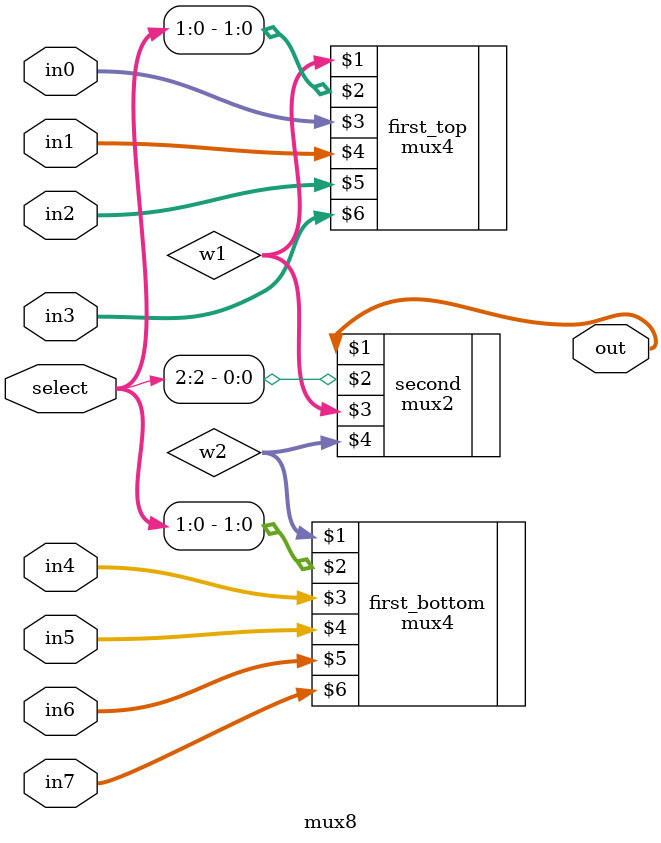
<source format=v>
module mux8(out, select, in0, in1, in2, in3, in4, in5, in6, in7);
    input [2:0] select;
    input [31:0] in0, in1, in2, in3, in4, in5, in6, in7;
    output [31:0] out;
    wire [31:0] w1, w2;
    mux4 first_top(w1, select[1:0], in0, in1, in2, in3);
    mux4 first_bottom(w2, select[1:0], in4, in5, in6, in7);
    mux2 second(out, select[2], w1, w2);
endmodule
</source>
